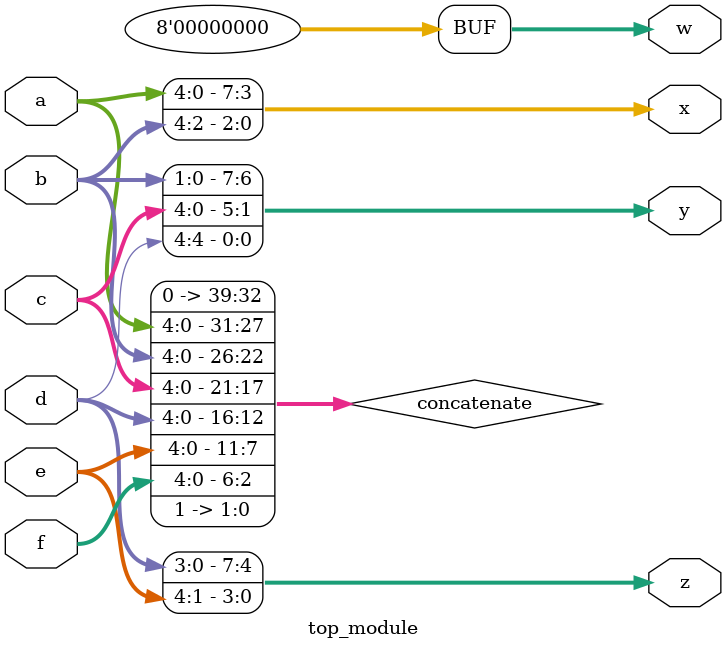
<source format=sv>
module top_module (
    input [4:0] a,
    input [4:0] b,
    input [4:0] c,
    input [4:0] d,
    input [4:0] e,
    input [4:0] f,
    output [7:0] w,
    output [7:0] x,
    output [7:0] y,
    output [7:0] z
);

    // Concatenation of inputs a, b, c, d, e, f, and a 2-bit constant value
    wire [39:0] concatenate;
    assign concatenate = {a, b, c, d, e, f, 2'b11};

    // Output assignment of the concatenated value to the desired ports
    assign w = concatenate[39:32];
    assign x = concatenate[31:24];
    assign y = concatenate[23:16];
    assign z = concatenate[15:8];

endmodule

</source>
